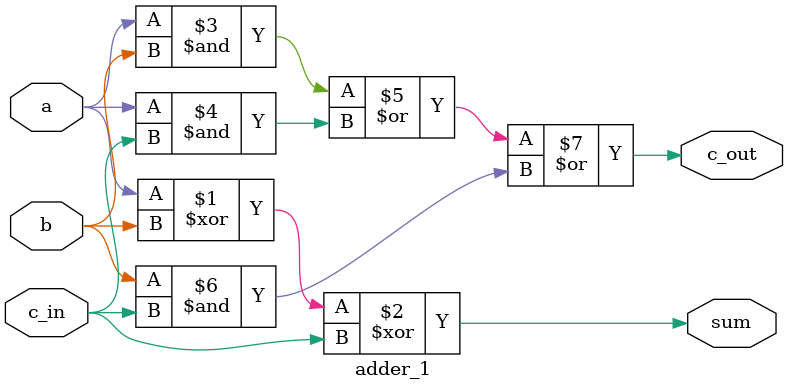
<source format=sv>
`timescale 1ns/1ps
`default_nettype none

/* Implements a standard 1 bit adder that we can daisy chain for ripple carry adders
 *      .a -> 1 bit from first number to add
 *      .b -> 1 bit from second number to add
 *      .c_in -> 1 bit carry in to add
 *
 *      .sum -> 1 bit summation of a, b, and carry
 *      .c_out -> 1 bit carry of the output
 */ 

module adder_1(a, b, c_in, sum, c_out);
    
    /* ----- Inputs  ----- */
    input wire a, b, c_in;

    /* ----- Outputs  ----- */
    output logic sum, c_out;

    /* ----- Design  ----- */
    assign sum = a ^ b ^ c_in;                        // summation mod2 is xor
    assign c_out = (a & b) | (a & c_in) | (b & c_in); // carry if at least two inputs set


endmodule
</source>
